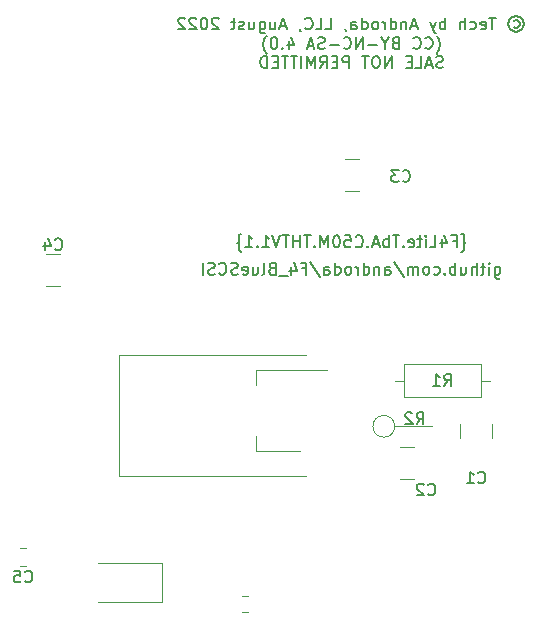
<source format=gbr>
%TF.GenerationSoftware,KiCad,Pcbnew,6.0.5-a6ca702e91~116~ubuntu21.10.1*%
%TF.CreationDate,2022-08-24T06:26:20-06:00*%
%TF.ProjectId,Centronics50_F4Lite_THTV1_1,43656e74-726f-46e6-9963-7335305f4634,rev?*%
%TF.SameCoordinates,Original*%
%TF.FileFunction,Legend,Bot*%
%TF.FilePolarity,Positive*%
%FSLAX46Y46*%
G04 Gerber Fmt 4.6, Leading zero omitted, Abs format (unit mm)*
G04 Created by KiCad (PCBNEW 6.0.5-a6ca702e91~116~ubuntu21.10.1) date 2022-08-24 06:26:20*
%MOMM*%
%LPD*%
G01*
G04 APERTURE LIST*
%ADD10C,0.150000*%
%ADD11C,0.120000*%
G04 APERTURE END LIST*
D10*
X149895714Y-31830476D02*
X149990952Y-31782857D01*
X150181428Y-31782857D01*
X150276666Y-31830476D01*
X150371904Y-31925714D01*
X150419523Y-32020952D01*
X150419523Y-32211428D01*
X150371904Y-32306666D01*
X150276666Y-32401904D01*
X150181428Y-32449523D01*
X149990952Y-32449523D01*
X149895714Y-32401904D01*
X150086190Y-31449523D02*
X150324285Y-31497142D01*
X150562380Y-31640000D01*
X150705238Y-31878095D01*
X150752857Y-32116190D01*
X150705238Y-32354285D01*
X150562380Y-32592380D01*
X150324285Y-32735238D01*
X150086190Y-32782857D01*
X149848095Y-32735238D01*
X149610000Y-32592380D01*
X149467142Y-32354285D01*
X149419523Y-32116190D01*
X149467142Y-31878095D01*
X149610000Y-31640000D01*
X149848095Y-31497142D01*
X150086190Y-31449523D01*
X148371904Y-31592380D02*
X147800476Y-31592380D01*
X148086190Y-32592380D02*
X148086190Y-31592380D01*
X147086190Y-32544761D02*
X147181428Y-32592380D01*
X147371904Y-32592380D01*
X147467142Y-32544761D01*
X147514761Y-32449523D01*
X147514761Y-32068571D01*
X147467142Y-31973333D01*
X147371904Y-31925714D01*
X147181428Y-31925714D01*
X147086190Y-31973333D01*
X147038571Y-32068571D01*
X147038571Y-32163809D01*
X147514761Y-32259047D01*
X146181428Y-32544761D02*
X146276666Y-32592380D01*
X146467142Y-32592380D01*
X146562380Y-32544761D01*
X146610000Y-32497142D01*
X146657619Y-32401904D01*
X146657619Y-32116190D01*
X146610000Y-32020952D01*
X146562380Y-31973333D01*
X146467142Y-31925714D01*
X146276666Y-31925714D01*
X146181428Y-31973333D01*
X145752857Y-32592380D02*
X145752857Y-31592380D01*
X145324285Y-32592380D02*
X145324285Y-32068571D01*
X145371904Y-31973333D01*
X145467142Y-31925714D01*
X145610000Y-31925714D01*
X145705238Y-31973333D01*
X145752857Y-32020952D01*
X144086190Y-32592380D02*
X144086190Y-31592380D01*
X144086190Y-31973333D02*
X143990952Y-31925714D01*
X143800476Y-31925714D01*
X143705238Y-31973333D01*
X143657619Y-32020952D01*
X143610000Y-32116190D01*
X143610000Y-32401904D01*
X143657619Y-32497142D01*
X143705238Y-32544761D01*
X143800476Y-32592380D01*
X143990952Y-32592380D01*
X144086190Y-32544761D01*
X143276666Y-31925714D02*
X143038571Y-32592380D01*
X142800476Y-31925714D02*
X143038571Y-32592380D01*
X143133809Y-32830476D01*
X143181428Y-32878095D01*
X143276666Y-32925714D01*
X141705238Y-32306666D02*
X141229047Y-32306666D01*
X141800476Y-32592380D02*
X141467142Y-31592380D01*
X141133809Y-32592380D01*
X140800476Y-31925714D02*
X140800476Y-32592380D01*
X140800476Y-32020952D02*
X140752857Y-31973333D01*
X140657619Y-31925714D01*
X140514761Y-31925714D01*
X140419523Y-31973333D01*
X140371904Y-32068571D01*
X140371904Y-32592380D01*
X139467142Y-32592380D02*
X139467142Y-31592380D01*
X139467142Y-32544761D02*
X139562380Y-32592380D01*
X139752857Y-32592380D01*
X139848095Y-32544761D01*
X139895714Y-32497142D01*
X139943333Y-32401904D01*
X139943333Y-32116190D01*
X139895714Y-32020952D01*
X139848095Y-31973333D01*
X139752857Y-31925714D01*
X139562380Y-31925714D01*
X139467142Y-31973333D01*
X138990952Y-32592380D02*
X138990952Y-31925714D01*
X138990952Y-32116190D02*
X138943333Y-32020952D01*
X138895714Y-31973333D01*
X138800476Y-31925714D01*
X138705238Y-31925714D01*
X138229047Y-32592380D02*
X138324285Y-32544761D01*
X138371904Y-32497142D01*
X138419523Y-32401904D01*
X138419523Y-32116190D01*
X138371904Y-32020952D01*
X138324285Y-31973333D01*
X138229047Y-31925714D01*
X138086190Y-31925714D01*
X137990952Y-31973333D01*
X137943333Y-32020952D01*
X137895714Y-32116190D01*
X137895714Y-32401904D01*
X137943333Y-32497142D01*
X137990952Y-32544761D01*
X138086190Y-32592380D01*
X138229047Y-32592380D01*
X137038571Y-32592380D02*
X137038571Y-31592380D01*
X137038571Y-32544761D02*
X137133809Y-32592380D01*
X137324285Y-32592380D01*
X137419523Y-32544761D01*
X137467142Y-32497142D01*
X137514761Y-32401904D01*
X137514761Y-32116190D01*
X137467142Y-32020952D01*
X137419523Y-31973333D01*
X137324285Y-31925714D01*
X137133809Y-31925714D01*
X137038571Y-31973333D01*
X136133809Y-32592380D02*
X136133809Y-32068571D01*
X136181428Y-31973333D01*
X136276666Y-31925714D01*
X136467142Y-31925714D01*
X136562380Y-31973333D01*
X136133809Y-32544761D02*
X136229047Y-32592380D01*
X136467142Y-32592380D01*
X136562380Y-32544761D01*
X136610000Y-32449523D01*
X136610000Y-32354285D01*
X136562380Y-32259047D01*
X136467142Y-32211428D01*
X136229047Y-32211428D01*
X136133809Y-32163809D01*
X135610000Y-32544761D02*
X135610000Y-32592380D01*
X135657619Y-32687619D01*
X135705238Y-32735238D01*
X133943333Y-32592380D02*
X134419523Y-32592380D01*
X134419523Y-31592380D01*
X133133809Y-32592380D02*
X133610000Y-32592380D01*
X133610000Y-31592380D01*
X132229047Y-32497142D02*
X132276666Y-32544761D01*
X132419523Y-32592380D01*
X132514761Y-32592380D01*
X132657619Y-32544761D01*
X132752857Y-32449523D01*
X132800476Y-32354285D01*
X132848095Y-32163809D01*
X132848095Y-32020952D01*
X132800476Y-31830476D01*
X132752857Y-31735238D01*
X132657619Y-31640000D01*
X132514761Y-31592380D01*
X132419523Y-31592380D01*
X132276666Y-31640000D01*
X132229047Y-31687619D01*
X131752857Y-32544761D02*
X131752857Y-32592380D01*
X131800476Y-32687619D01*
X131848095Y-32735238D01*
X130610000Y-32306666D02*
X130133809Y-32306666D01*
X130705238Y-32592380D02*
X130371904Y-31592380D01*
X130038571Y-32592380D01*
X129276666Y-31925714D02*
X129276666Y-32592380D01*
X129705238Y-31925714D02*
X129705238Y-32449523D01*
X129657619Y-32544761D01*
X129562380Y-32592380D01*
X129419523Y-32592380D01*
X129324285Y-32544761D01*
X129276666Y-32497142D01*
X128371904Y-31925714D02*
X128371904Y-32735238D01*
X128419523Y-32830476D01*
X128467142Y-32878095D01*
X128562380Y-32925714D01*
X128705238Y-32925714D01*
X128800476Y-32878095D01*
X128371904Y-32544761D02*
X128467142Y-32592380D01*
X128657619Y-32592380D01*
X128752857Y-32544761D01*
X128800476Y-32497142D01*
X128848095Y-32401904D01*
X128848095Y-32116190D01*
X128800476Y-32020952D01*
X128752857Y-31973333D01*
X128657619Y-31925714D01*
X128467142Y-31925714D01*
X128371904Y-31973333D01*
X127467142Y-31925714D02*
X127467142Y-32592380D01*
X127895714Y-31925714D02*
X127895714Y-32449523D01*
X127848095Y-32544761D01*
X127752857Y-32592380D01*
X127610000Y-32592380D01*
X127514761Y-32544761D01*
X127467142Y-32497142D01*
X127038571Y-32544761D02*
X126943333Y-32592380D01*
X126752857Y-32592380D01*
X126657619Y-32544761D01*
X126610000Y-32449523D01*
X126610000Y-32401904D01*
X126657619Y-32306666D01*
X126752857Y-32259047D01*
X126895714Y-32259047D01*
X126990952Y-32211428D01*
X127038571Y-32116190D01*
X127038571Y-32068571D01*
X126990952Y-31973333D01*
X126895714Y-31925714D01*
X126752857Y-31925714D01*
X126657619Y-31973333D01*
X126324285Y-31925714D02*
X125943333Y-31925714D01*
X126181428Y-31592380D02*
X126181428Y-32449523D01*
X126133809Y-32544761D01*
X126038571Y-32592380D01*
X125943333Y-32592380D01*
X124895714Y-31687619D02*
X124848095Y-31640000D01*
X124752857Y-31592380D01*
X124514761Y-31592380D01*
X124419523Y-31640000D01*
X124371904Y-31687619D01*
X124324285Y-31782857D01*
X124324285Y-31878095D01*
X124371904Y-32020952D01*
X124943333Y-32592380D01*
X124324285Y-32592380D01*
X123705238Y-31592380D02*
X123610000Y-31592380D01*
X123514761Y-31640000D01*
X123467142Y-31687619D01*
X123419523Y-31782857D01*
X123371904Y-31973333D01*
X123371904Y-32211428D01*
X123419523Y-32401904D01*
X123467142Y-32497142D01*
X123514761Y-32544761D01*
X123610000Y-32592380D01*
X123705238Y-32592380D01*
X123800476Y-32544761D01*
X123848095Y-32497142D01*
X123895714Y-32401904D01*
X123943333Y-32211428D01*
X123943333Y-31973333D01*
X123895714Y-31782857D01*
X123848095Y-31687619D01*
X123800476Y-31640000D01*
X123705238Y-31592380D01*
X122990952Y-31687619D02*
X122943333Y-31640000D01*
X122848095Y-31592380D01*
X122610000Y-31592380D01*
X122514761Y-31640000D01*
X122467142Y-31687619D01*
X122419523Y-31782857D01*
X122419523Y-31878095D01*
X122467142Y-32020952D01*
X123038571Y-32592380D01*
X122419523Y-32592380D01*
X122038571Y-31687619D02*
X121990952Y-31640000D01*
X121895714Y-31592380D01*
X121657619Y-31592380D01*
X121562380Y-31640000D01*
X121514761Y-31687619D01*
X121467142Y-31782857D01*
X121467142Y-31878095D01*
X121514761Y-32020952D01*
X122086190Y-32592380D01*
X121467142Y-32592380D01*
X148276697Y-52676134D02*
X148276697Y-53485658D01*
X148324316Y-53580896D01*
X148371935Y-53628515D01*
X148467173Y-53676134D01*
X148610030Y-53676134D01*
X148705268Y-53628515D01*
X148276697Y-53295181D02*
X148371935Y-53342800D01*
X148562411Y-53342800D01*
X148657649Y-53295181D01*
X148705268Y-53247562D01*
X148752887Y-53152324D01*
X148752887Y-52866610D01*
X148705268Y-52771372D01*
X148657649Y-52723753D01*
X148562411Y-52676134D01*
X148371935Y-52676134D01*
X148276697Y-52723753D01*
X147800506Y-53342800D02*
X147800506Y-52676134D01*
X147800506Y-52342800D02*
X147848125Y-52390420D01*
X147800506Y-52438039D01*
X147752887Y-52390420D01*
X147800506Y-52342800D01*
X147800506Y-52438039D01*
X147467173Y-52676134D02*
X147086220Y-52676134D01*
X147324316Y-52342800D02*
X147324316Y-53199943D01*
X147276697Y-53295181D01*
X147181459Y-53342800D01*
X147086220Y-53342800D01*
X146752887Y-53342800D02*
X146752887Y-52342800D01*
X146324316Y-53342800D02*
X146324316Y-52818991D01*
X146371935Y-52723753D01*
X146467173Y-52676134D01*
X146610030Y-52676134D01*
X146705268Y-52723753D01*
X146752887Y-52771372D01*
X145419554Y-52676134D02*
X145419554Y-53342800D01*
X145848125Y-52676134D02*
X145848125Y-53199943D01*
X145800506Y-53295181D01*
X145705268Y-53342800D01*
X145562411Y-53342800D01*
X145467173Y-53295181D01*
X145419554Y-53247562D01*
X144943363Y-53342800D02*
X144943363Y-52342800D01*
X144943363Y-52723753D02*
X144848125Y-52676134D01*
X144657649Y-52676134D01*
X144562411Y-52723753D01*
X144514792Y-52771372D01*
X144467173Y-52866610D01*
X144467173Y-53152324D01*
X144514792Y-53247562D01*
X144562411Y-53295181D01*
X144657649Y-53342800D01*
X144848125Y-53342800D01*
X144943363Y-53295181D01*
X144038601Y-53247562D02*
X143990982Y-53295181D01*
X144038601Y-53342800D01*
X144086220Y-53295181D01*
X144038601Y-53247562D01*
X144038601Y-53342800D01*
X143133840Y-53295181D02*
X143229078Y-53342800D01*
X143419554Y-53342800D01*
X143514792Y-53295181D01*
X143562411Y-53247562D01*
X143610030Y-53152324D01*
X143610030Y-52866610D01*
X143562411Y-52771372D01*
X143514792Y-52723753D01*
X143419554Y-52676134D01*
X143229078Y-52676134D01*
X143133840Y-52723753D01*
X142562411Y-53342800D02*
X142657649Y-53295181D01*
X142705268Y-53247562D01*
X142752887Y-53152324D01*
X142752887Y-52866610D01*
X142705268Y-52771372D01*
X142657649Y-52723753D01*
X142562411Y-52676134D01*
X142419554Y-52676134D01*
X142324316Y-52723753D01*
X142276697Y-52771372D01*
X142229078Y-52866610D01*
X142229078Y-53152324D01*
X142276697Y-53247562D01*
X142324316Y-53295181D01*
X142419554Y-53342800D01*
X142562411Y-53342800D01*
X141800506Y-53342800D02*
X141800506Y-52676134D01*
X141800506Y-52771372D02*
X141752887Y-52723753D01*
X141657649Y-52676134D01*
X141514792Y-52676134D01*
X141419554Y-52723753D01*
X141371935Y-52818991D01*
X141371935Y-53342800D01*
X141371935Y-52818991D02*
X141324316Y-52723753D01*
X141229078Y-52676134D01*
X141086220Y-52676134D01*
X140990982Y-52723753D01*
X140943363Y-52818991D01*
X140943363Y-53342800D01*
X139752887Y-52295181D02*
X140610030Y-53580896D01*
X138990982Y-53342800D02*
X138990982Y-52818991D01*
X139038601Y-52723753D01*
X139133840Y-52676134D01*
X139324316Y-52676134D01*
X139419554Y-52723753D01*
X138990982Y-53295181D02*
X139086220Y-53342800D01*
X139324316Y-53342800D01*
X139419554Y-53295181D01*
X139467173Y-53199943D01*
X139467173Y-53104705D01*
X139419554Y-53009467D01*
X139324316Y-52961848D01*
X139086220Y-52961848D01*
X138990982Y-52914229D01*
X138514792Y-52676134D02*
X138514792Y-53342800D01*
X138514792Y-52771372D02*
X138467173Y-52723753D01*
X138371935Y-52676134D01*
X138229078Y-52676134D01*
X138133840Y-52723753D01*
X138086220Y-52818991D01*
X138086220Y-53342800D01*
X137181459Y-53342800D02*
X137181459Y-52342800D01*
X137181459Y-53295181D02*
X137276697Y-53342800D01*
X137467173Y-53342800D01*
X137562411Y-53295181D01*
X137610030Y-53247562D01*
X137657649Y-53152324D01*
X137657649Y-52866610D01*
X137610030Y-52771372D01*
X137562411Y-52723753D01*
X137467173Y-52676134D01*
X137276697Y-52676134D01*
X137181459Y-52723753D01*
X136705268Y-53342800D02*
X136705268Y-52676134D01*
X136705268Y-52866610D02*
X136657649Y-52771372D01*
X136610030Y-52723753D01*
X136514792Y-52676134D01*
X136419554Y-52676134D01*
X135943363Y-53342800D02*
X136038601Y-53295181D01*
X136086220Y-53247562D01*
X136133840Y-53152324D01*
X136133840Y-52866610D01*
X136086220Y-52771372D01*
X136038601Y-52723753D01*
X135943363Y-52676134D01*
X135800506Y-52676134D01*
X135705268Y-52723753D01*
X135657649Y-52771372D01*
X135610030Y-52866610D01*
X135610030Y-53152324D01*
X135657649Y-53247562D01*
X135705268Y-53295181D01*
X135800506Y-53342800D01*
X135943363Y-53342800D01*
X134752887Y-53342800D02*
X134752887Y-52342800D01*
X134752887Y-53295181D02*
X134848125Y-53342800D01*
X135038601Y-53342800D01*
X135133840Y-53295181D01*
X135181459Y-53247562D01*
X135229078Y-53152324D01*
X135229078Y-52866610D01*
X135181459Y-52771372D01*
X135133840Y-52723753D01*
X135038601Y-52676134D01*
X134848125Y-52676134D01*
X134752887Y-52723753D01*
X133848125Y-53342800D02*
X133848125Y-52818991D01*
X133895744Y-52723753D01*
X133990982Y-52676134D01*
X134181459Y-52676134D01*
X134276697Y-52723753D01*
X133848125Y-53295181D02*
X133943363Y-53342800D01*
X134181459Y-53342800D01*
X134276697Y-53295181D01*
X134324316Y-53199943D01*
X134324316Y-53104705D01*
X134276697Y-53009467D01*
X134181459Y-52961848D01*
X133943363Y-52961848D01*
X133848125Y-52914229D01*
X132657649Y-52295181D02*
X133514792Y-53580896D01*
X131990982Y-52818991D02*
X132324316Y-52818991D01*
X132324316Y-53342800D02*
X132324316Y-52342800D01*
X131848125Y-52342800D01*
X131038601Y-52676134D02*
X131038601Y-53342800D01*
X131276697Y-52295181D02*
X131514792Y-53009467D01*
X130895744Y-53009467D01*
X130752887Y-53438039D02*
X129990982Y-53438039D01*
X129419554Y-52818991D02*
X129276697Y-52866610D01*
X129229078Y-52914229D01*
X129181459Y-53009467D01*
X129181459Y-53152324D01*
X129229078Y-53247562D01*
X129276697Y-53295181D01*
X129371935Y-53342800D01*
X129752887Y-53342800D01*
X129752887Y-52342800D01*
X129419554Y-52342800D01*
X129324316Y-52390420D01*
X129276697Y-52438039D01*
X129229078Y-52533277D01*
X129229078Y-52628515D01*
X129276697Y-52723753D01*
X129324316Y-52771372D01*
X129419554Y-52818991D01*
X129752887Y-52818991D01*
X128610030Y-53342800D02*
X128705268Y-53295181D01*
X128752887Y-53199943D01*
X128752887Y-52342800D01*
X127800506Y-52676134D02*
X127800506Y-53342800D01*
X128229078Y-52676134D02*
X128229078Y-53199943D01*
X128181459Y-53295181D01*
X128086220Y-53342800D01*
X127943363Y-53342800D01*
X127848125Y-53295181D01*
X127800506Y-53247562D01*
X126943363Y-53295181D02*
X127038601Y-53342800D01*
X127229078Y-53342800D01*
X127324316Y-53295181D01*
X127371935Y-53199943D01*
X127371935Y-52818991D01*
X127324316Y-52723753D01*
X127229078Y-52676134D01*
X127038601Y-52676134D01*
X126943363Y-52723753D01*
X126895744Y-52818991D01*
X126895744Y-52914229D01*
X127371935Y-53009467D01*
X126514792Y-53295181D02*
X126371935Y-53342800D01*
X126133840Y-53342800D01*
X126038601Y-53295181D01*
X125990982Y-53247562D01*
X125943363Y-53152324D01*
X125943363Y-53057086D01*
X125990982Y-52961848D01*
X126038601Y-52914229D01*
X126133840Y-52866610D01*
X126324316Y-52818991D01*
X126419554Y-52771372D01*
X126467173Y-52723753D01*
X126514792Y-52628515D01*
X126514792Y-52533277D01*
X126467173Y-52438039D01*
X126419554Y-52390420D01*
X126324316Y-52342800D01*
X126086220Y-52342800D01*
X125943363Y-52390420D01*
X124943363Y-53247562D02*
X124990982Y-53295181D01*
X125133840Y-53342800D01*
X125229078Y-53342800D01*
X125371935Y-53295181D01*
X125467173Y-53199943D01*
X125514792Y-53104705D01*
X125562411Y-52914229D01*
X125562411Y-52771372D01*
X125514792Y-52580896D01*
X125467173Y-52485658D01*
X125371935Y-52390420D01*
X125229078Y-52342800D01*
X125133840Y-52342800D01*
X124990982Y-52390420D01*
X124943363Y-52438039D01*
X124562411Y-53295181D02*
X124419554Y-53342800D01*
X124181459Y-53342800D01*
X124086220Y-53295181D01*
X124038601Y-53247562D01*
X123990982Y-53152324D01*
X123990982Y-53057086D01*
X124038601Y-52961848D01*
X124086220Y-52914229D01*
X124181459Y-52866610D01*
X124371935Y-52818991D01*
X124467173Y-52771372D01*
X124514792Y-52723753D01*
X124562411Y-52628515D01*
X124562411Y-52533277D01*
X124514792Y-52438039D01*
X124467173Y-52390420D01*
X124371935Y-52342800D01*
X124133840Y-52342800D01*
X123990982Y-52390420D01*
X123562411Y-53342800D02*
X123562411Y-52342800D01*
X145443363Y-51404733D02*
X145490982Y-51404733D01*
X145586220Y-51357114D01*
X145633840Y-51261876D01*
X145633840Y-50785685D01*
X145681459Y-50690447D01*
X145776697Y-50642828D01*
X145681459Y-50595209D01*
X145633840Y-50499971D01*
X145633840Y-50023780D01*
X145586220Y-49928542D01*
X145490982Y-49880923D01*
X145443363Y-49880923D01*
X144729078Y-50499971D02*
X145062411Y-50499971D01*
X145062411Y-51023780D02*
X145062411Y-50023780D01*
X144586220Y-50023780D01*
X143776697Y-50357114D02*
X143776697Y-51023780D01*
X144014792Y-49976161D02*
X144252887Y-50690447D01*
X143633840Y-50690447D01*
X142776697Y-51023780D02*
X143252887Y-51023780D01*
X143252887Y-50023780D01*
X142443363Y-51023780D02*
X142443363Y-50357114D01*
X142443363Y-50023780D02*
X142490982Y-50071400D01*
X142443363Y-50119019D01*
X142395744Y-50071400D01*
X142443363Y-50023780D01*
X142443363Y-50119019D01*
X142110030Y-50357114D02*
X141729078Y-50357114D01*
X141967173Y-50023780D02*
X141967173Y-50880923D01*
X141919554Y-50976161D01*
X141824316Y-51023780D01*
X141729078Y-51023780D01*
X141014792Y-50976161D02*
X141110030Y-51023780D01*
X141300506Y-51023780D01*
X141395744Y-50976161D01*
X141443363Y-50880923D01*
X141443363Y-50499971D01*
X141395744Y-50404733D01*
X141300506Y-50357114D01*
X141110030Y-50357114D01*
X141014792Y-50404733D01*
X140967173Y-50499971D01*
X140967173Y-50595209D01*
X141443363Y-50690447D01*
X140538601Y-50928542D02*
X140490982Y-50976161D01*
X140538601Y-51023780D01*
X140586220Y-50976161D01*
X140538601Y-50928542D01*
X140538601Y-51023780D01*
X140205268Y-50023780D02*
X139633840Y-50023780D01*
X139919554Y-51023780D02*
X139919554Y-50023780D01*
X139300506Y-51023780D02*
X139300506Y-50023780D01*
X139300506Y-50404733D02*
X139205268Y-50357114D01*
X139014792Y-50357114D01*
X138919554Y-50404733D01*
X138871935Y-50452352D01*
X138824316Y-50547590D01*
X138824316Y-50833304D01*
X138871935Y-50928542D01*
X138919554Y-50976161D01*
X139014792Y-51023780D01*
X139205268Y-51023780D01*
X139300506Y-50976161D01*
X138443363Y-50738066D02*
X137967173Y-50738066D01*
X138538601Y-51023780D02*
X138205268Y-50023780D01*
X137871935Y-51023780D01*
X137538601Y-50928542D02*
X137490982Y-50976161D01*
X137538601Y-51023780D01*
X137586220Y-50976161D01*
X137538601Y-50928542D01*
X137538601Y-51023780D01*
X136490982Y-50928542D02*
X136538601Y-50976161D01*
X136681459Y-51023780D01*
X136776697Y-51023780D01*
X136919554Y-50976161D01*
X137014792Y-50880923D01*
X137062411Y-50785685D01*
X137110030Y-50595209D01*
X137110030Y-50452352D01*
X137062411Y-50261876D01*
X137014792Y-50166638D01*
X136919554Y-50071400D01*
X136776697Y-50023780D01*
X136681459Y-50023780D01*
X136538601Y-50071400D01*
X136490982Y-50119019D01*
X135586220Y-50023780D02*
X136062411Y-50023780D01*
X136110030Y-50499971D01*
X136062411Y-50452352D01*
X135967173Y-50404733D01*
X135729078Y-50404733D01*
X135633840Y-50452352D01*
X135586220Y-50499971D01*
X135538601Y-50595209D01*
X135538601Y-50833304D01*
X135586220Y-50928542D01*
X135633840Y-50976161D01*
X135729078Y-51023780D01*
X135967173Y-51023780D01*
X136062411Y-50976161D01*
X136110030Y-50928542D01*
X134919554Y-50023780D02*
X134824316Y-50023780D01*
X134729078Y-50071400D01*
X134681459Y-50119019D01*
X134633840Y-50214257D01*
X134586220Y-50404733D01*
X134586220Y-50642828D01*
X134633840Y-50833304D01*
X134681459Y-50928542D01*
X134729078Y-50976161D01*
X134824316Y-51023780D01*
X134919554Y-51023780D01*
X135014792Y-50976161D01*
X135062411Y-50928542D01*
X135110030Y-50833304D01*
X135157649Y-50642828D01*
X135157649Y-50404733D01*
X135110030Y-50214257D01*
X135062411Y-50119019D01*
X135014792Y-50071400D01*
X134919554Y-50023780D01*
X134157649Y-51023780D02*
X134157649Y-50023780D01*
X133824316Y-50738066D01*
X133490982Y-50023780D01*
X133490982Y-51023780D01*
X133014792Y-50928542D02*
X132967173Y-50976161D01*
X133014792Y-51023780D01*
X133062411Y-50976161D01*
X133014792Y-50928542D01*
X133014792Y-51023780D01*
X132681459Y-50023780D02*
X132110030Y-50023780D01*
X132395744Y-51023780D02*
X132395744Y-50023780D01*
X131776697Y-51023780D02*
X131776697Y-50023780D01*
X131776697Y-50499971D02*
X131205268Y-50499971D01*
X131205268Y-51023780D02*
X131205268Y-50023780D01*
X130871935Y-50023780D02*
X130300506Y-50023780D01*
X130586220Y-51023780D02*
X130586220Y-50023780D01*
X130110030Y-50023780D02*
X129776697Y-51023780D01*
X129443363Y-50023780D01*
X128586220Y-51023780D02*
X129157649Y-51023780D01*
X128871935Y-51023780D02*
X128871935Y-50023780D01*
X128967173Y-50166638D01*
X129062411Y-50261876D01*
X129157649Y-50309495D01*
X128157649Y-50928542D02*
X128110030Y-50976161D01*
X128157649Y-51023780D01*
X128205268Y-50976161D01*
X128157649Y-50928542D01*
X128157649Y-51023780D01*
X127157649Y-51023780D02*
X127729078Y-51023780D01*
X127443363Y-51023780D02*
X127443363Y-50023780D01*
X127538601Y-50166638D01*
X127633840Y-50261876D01*
X127729078Y-50309495D01*
X126824316Y-51404733D02*
X126776697Y-51404733D01*
X126681459Y-51357114D01*
X126633840Y-51261876D01*
X126633840Y-50785685D01*
X126586220Y-50690447D01*
X126490982Y-50642828D01*
X126586220Y-50595209D01*
X126633840Y-50499971D01*
X126633840Y-50023780D01*
X126681459Y-49928542D01*
X126776697Y-49880923D01*
X126824316Y-49880923D01*
X143350476Y-34628333D02*
X143398095Y-34580714D01*
X143493333Y-34437857D01*
X143540952Y-34342619D01*
X143588571Y-34199761D01*
X143636190Y-33961666D01*
X143636190Y-33771190D01*
X143588571Y-33533095D01*
X143540952Y-33390238D01*
X143493333Y-33295000D01*
X143398095Y-33152142D01*
X143350476Y-33104523D01*
X142398095Y-34152142D02*
X142445714Y-34199761D01*
X142588571Y-34247380D01*
X142683809Y-34247380D01*
X142826666Y-34199761D01*
X142921904Y-34104523D01*
X142969523Y-34009285D01*
X143017142Y-33818809D01*
X143017142Y-33675952D01*
X142969523Y-33485476D01*
X142921904Y-33390238D01*
X142826666Y-33295000D01*
X142683809Y-33247380D01*
X142588571Y-33247380D01*
X142445714Y-33295000D01*
X142398095Y-33342619D01*
X141398095Y-34152142D02*
X141445714Y-34199761D01*
X141588571Y-34247380D01*
X141683809Y-34247380D01*
X141826666Y-34199761D01*
X141921904Y-34104523D01*
X141969523Y-34009285D01*
X142017142Y-33818809D01*
X142017142Y-33675952D01*
X141969523Y-33485476D01*
X141921904Y-33390238D01*
X141826666Y-33295000D01*
X141683809Y-33247380D01*
X141588571Y-33247380D01*
X141445714Y-33295000D01*
X141398095Y-33342619D01*
X139874285Y-33723571D02*
X139731428Y-33771190D01*
X139683809Y-33818809D01*
X139636190Y-33914047D01*
X139636190Y-34056904D01*
X139683809Y-34152142D01*
X139731428Y-34199761D01*
X139826666Y-34247380D01*
X140207619Y-34247380D01*
X140207619Y-33247380D01*
X139874285Y-33247380D01*
X139779047Y-33295000D01*
X139731428Y-33342619D01*
X139683809Y-33437857D01*
X139683809Y-33533095D01*
X139731428Y-33628333D01*
X139779047Y-33675952D01*
X139874285Y-33723571D01*
X140207619Y-33723571D01*
X139017142Y-33771190D02*
X139017142Y-34247380D01*
X139350476Y-33247380D02*
X139017142Y-33771190D01*
X138683809Y-33247380D01*
X138350476Y-33866428D02*
X137588571Y-33866428D01*
X137112380Y-34247380D02*
X137112380Y-33247380D01*
X136540952Y-34247380D01*
X136540952Y-33247380D01*
X135493333Y-34152142D02*
X135540952Y-34199761D01*
X135683809Y-34247380D01*
X135779047Y-34247380D01*
X135921904Y-34199761D01*
X136017142Y-34104523D01*
X136064761Y-34009285D01*
X136112380Y-33818809D01*
X136112380Y-33675952D01*
X136064761Y-33485476D01*
X136017142Y-33390238D01*
X135921904Y-33295000D01*
X135779047Y-33247380D01*
X135683809Y-33247380D01*
X135540952Y-33295000D01*
X135493333Y-33342619D01*
X135064761Y-33866428D02*
X134302857Y-33866428D01*
X133874285Y-34199761D02*
X133731428Y-34247380D01*
X133493333Y-34247380D01*
X133398095Y-34199761D01*
X133350476Y-34152142D01*
X133302857Y-34056904D01*
X133302857Y-33961666D01*
X133350476Y-33866428D01*
X133398095Y-33818809D01*
X133493333Y-33771190D01*
X133683809Y-33723571D01*
X133779047Y-33675952D01*
X133826666Y-33628333D01*
X133874285Y-33533095D01*
X133874285Y-33437857D01*
X133826666Y-33342619D01*
X133779047Y-33295000D01*
X133683809Y-33247380D01*
X133445714Y-33247380D01*
X133302857Y-33295000D01*
X132921904Y-33961666D02*
X132445714Y-33961666D01*
X133017142Y-34247380D02*
X132683809Y-33247380D01*
X132350476Y-34247380D01*
X130826666Y-33580714D02*
X130826666Y-34247380D01*
X131064761Y-33199761D02*
X131302857Y-33914047D01*
X130683809Y-33914047D01*
X130302857Y-34152142D02*
X130255238Y-34199761D01*
X130302857Y-34247380D01*
X130350476Y-34199761D01*
X130302857Y-34152142D01*
X130302857Y-34247380D01*
X129636190Y-33247380D02*
X129540952Y-33247380D01*
X129445714Y-33295000D01*
X129398095Y-33342619D01*
X129350476Y-33437857D01*
X129302857Y-33628333D01*
X129302857Y-33866428D01*
X129350476Y-34056904D01*
X129398095Y-34152142D01*
X129445714Y-34199761D01*
X129540952Y-34247380D01*
X129636190Y-34247380D01*
X129731428Y-34199761D01*
X129779047Y-34152142D01*
X129826666Y-34056904D01*
X129874285Y-33866428D01*
X129874285Y-33628333D01*
X129826666Y-33437857D01*
X129779047Y-33342619D01*
X129731428Y-33295000D01*
X129636190Y-33247380D01*
X128969523Y-34628333D02*
X128921904Y-34580714D01*
X128826666Y-34437857D01*
X128779047Y-34342619D01*
X128731428Y-34199761D01*
X128683809Y-33961666D01*
X128683809Y-33771190D01*
X128731428Y-33533095D01*
X128779047Y-33390238D01*
X128826666Y-33295000D01*
X128921904Y-33152142D01*
X128969523Y-33104523D01*
X143898095Y-35809761D02*
X143755238Y-35857380D01*
X143517142Y-35857380D01*
X143421904Y-35809761D01*
X143374285Y-35762142D01*
X143326666Y-35666904D01*
X143326666Y-35571666D01*
X143374285Y-35476428D01*
X143421904Y-35428809D01*
X143517142Y-35381190D01*
X143707619Y-35333571D01*
X143802857Y-35285952D01*
X143850476Y-35238333D01*
X143898095Y-35143095D01*
X143898095Y-35047857D01*
X143850476Y-34952619D01*
X143802857Y-34905000D01*
X143707619Y-34857380D01*
X143469523Y-34857380D01*
X143326666Y-34905000D01*
X142945714Y-35571666D02*
X142469523Y-35571666D01*
X143040952Y-35857380D02*
X142707619Y-34857380D01*
X142374285Y-35857380D01*
X141564761Y-35857380D02*
X142040952Y-35857380D01*
X142040952Y-34857380D01*
X141231428Y-35333571D02*
X140898095Y-35333571D01*
X140755238Y-35857380D02*
X141231428Y-35857380D01*
X141231428Y-34857380D01*
X140755238Y-34857380D01*
X139564761Y-35857380D02*
X139564761Y-34857380D01*
X138993333Y-35857380D01*
X138993333Y-34857380D01*
X138326666Y-34857380D02*
X138136190Y-34857380D01*
X138040952Y-34905000D01*
X137945714Y-35000238D01*
X137898095Y-35190714D01*
X137898095Y-35524047D01*
X137945714Y-35714523D01*
X138040952Y-35809761D01*
X138136190Y-35857380D01*
X138326666Y-35857380D01*
X138421904Y-35809761D01*
X138517142Y-35714523D01*
X138564761Y-35524047D01*
X138564761Y-35190714D01*
X138517142Y-35000238D01*
X138421904Y-34905000D01*
X138326666Y-34857380D01*
X137612380Y-34857380D02*
X137040952Y-34857380D01*
X137326666Y-35857380D02*
X137326666Y-34857380D01*
X135945714Y-35857380D02*
X135945714Y-34857380D01*
X135564761Y-34857380D01*
X135469523Y-34905000D01*
X135421904Y-34952619D01*
X135374285Y-35047857D01*
X135374285Y-35190714D01*
X135421904Y-35285952D01*
X135469523Y-35333571D01*
X135564761Y-35381190D01*
X135945714Y-35381190D01*
X134945714Y-35333571D02*
X134612380Y-35333571D01*
X134469523Y-35857380D02*
X134945714Y-35857380D01*
X134945714Y-34857380D01*
X134469523Y-34857380D01*
X133469523Y-35857380D02*
X133802857Y-35381190D01*
X134040952Y-35857380D02*
X134040952Y-34857380D01*
X133660000Y-34857380D01*
X133564761Y-34905000D01*
X133517142Y-34952619D01*
X133469523Y-35047857D01*
X133469523Y-35190714D01*
X133517142Y-35285952D01*
X133564761Y-35333571D01*
X133660000Y-35381190D01*
X134040952Y-35381190D01*
X133040952Y-35857380D02*
X133040952Y-34857380D01*
X132707619Y-35571666D01*
X132374285Y-34857380D01*
X132374285Y-35857380D01*
X131898095Y-35857380D02*
X131898095Y-34857380D01*
X131564761Y-34857380D02*
X130993333Y-34857380D01*
X131279047Y-35857380D02*
X131279047Y-34857380D01*
X130802857Y-34857380D02*
X130231428Y-34857380D01*
X130517142Y-35857380D02*
X130517142Y-34857380D01*
X129898095Y-35333571D02*
X129564761Y-35333571D01*
X129421904Y-35857380D02*
X129898095Y-35857380D01*
X129898095Y-34857380D01*
X129421904Y-34857380D01*
X128993333Y-35857380D02*
X128993333Y-34857380D01*
X128755238Y-34857380D01*
X128612380Y-34905000D01*
X128517142Y-35000238D01*
X128469523Y-35095476D01*
X128421904Y-35285952D01*
X128421904Y-35428809D01*
X128469523Y-35619285D01*
X128517142Y-35714523D01*
X128612380Y-35809761D01*
X128755238Y-35857380D01*
X128993333Y-35857380D01*
%TO.C,C2*%
X142631361Y-71939785D02*
X142678980Y-71987404D01*
X142821837Y-72035023D01*
X142917075Y-72035023D01*
X143059933Y-71987404D01*
X143155171Y-71892166D01*
X143202790Y-71796928D01*
X143250409Y-71606452D01*
X143250409Y-71463595D01*
X143202790Y-71273119D01*
X143155171Y-71177881D01*
X143059933Y-71082643D01*
X142917075Y-71035023D01*
X142821837Y-71035023D01*
X142678980Y-71082643D01*
X142631361Y-71130262D01*
X142250409Y-71130262D02*
X142202790Y-71082643D01*
X142107552Y-71035023D01*
X141869456Y-71035023D01*
X141774218Y-71082643D01*
X141726599Y-71130262D01*
X141678980Y-71225500D01*
X141678980Y-71320738D01*
X141726599Y-71463595D01*
X142298028Y-72035023D01*
X141678980Y-72035023D01*
%TO.C,C3*%
X140478806Y-45404042D02*
X140526425Y-45451661D01*
X140669282Y-45499280D01*
X140764520Y-45499280D01*
X140907378Y-45451661D01*
X141002616Y-45356423D01*
X141050235Y-45261185D01*
X141097854Y-45070709D01*
X141097854Y-44927852D01*
X141050235Y-44737376D01*
X141002616Y-44642138D01*
X140907378Y-44546900D01*
X140764520Y-44499280D01*
X140669282Y-44499280D01*
X140526425Y-44546900D01*
X140478806Y-44594519D01*
X140145473Y-44499280D02*
X139526425Y-44499280D01*
X139859759Y-44880233D01*
X139716901Y-44880233D01*
X139621663Y-44927852D01*
X139574044Y-44975471D01*
X139526425Y-45070709D01*
X139526425Y-45308804D01*
X139574044Y-45404042D01*
X139621663Y-45451661D01*
X139716901Y-45499280D01*
X140002616Y-45499280D01*
X140097854Y-45451661D01*
X140145473Y-45404042D01*
%TO.C,C1*%
X146875700Y-70929784D02*
X146923319Y-70977403D01*
X147066176Y-71025022D01*
X147161414Y-71025022D01*
X147304272Y-70977403D01*
X147399510Y-70882165D01*
X147447129Y-70786927D01*
X147494748Y-70596451D01*
X147494748Y-70453594D01*
X147447129Y-70263118D01*
X147399510Y-70167880D01*
X147304272Y-70072642D01*
X147161414Y-70025022D01*
X147066176Y-70025022D01*
X146923319Y-70072642D01*
X146875700Y-70120261D01*
X145923319Y-71025022D02*
X146494748Y-71025022D01*
X146209034Y-71025022D02*
X146209034Y-70025022D01*
X146304272Y-70167880D01*
X146399510Y-70263118D01*
X146494748Y-70310737D01*
%TO.C,R1*%
X144005500Y-62770022D02*
X144338834Y-62293832D01*
X144576929Y-62770022D02*
X144576929Y-61770022D01*
X144195976Y-61770022D01*
X144100738Y-61817642D01*
X144053119Y-61865261D01*
X144005500Y-61960499D01*
X144005500Y-62103356D01*
X144053119Y-62198594D01*
X144100738Y-62246213D01*
X144195976Y-62293832D01*
X144576929Y-62293832D01*
X143053119Y-62770022D02*
X143624548Y-62770022D01*
X143338834Y-62770022D02*
X143338834Y-61770022D01*
X143434072Y-61912880D01*
X143529310Y-62008118D01*
X143624548Y-62055737D01*
%TO.C,R2*%
X141656000Y-66008524D02*
X141989334Y-65532334D01*
X142227429Y-66008524D02*
X142227429Y-65008524D01*
X141846476Y-65008524D01*
X141751238Y-65056144D01*
X141703619Y-65103763D01*
X141656000Y-65199001D01*
X141656000Y-65341858D01*
X141703619Y-65437096D01*
X141751238Y-65484715D01*
X141846476Y-65532334D01*
X142227429Y-65532334D01*
X141275048Y-65103763D02*
X141227429Y-65056144D01*
X141132191Y-65008524D01*
X140894095Y-65008524D01*
X140798857Y-65056144D01*
X140751238Y-65103763D01*
X140703619Y-65199001D01*
X140703619Y-65294239D01*
X140751238Y-65437096D01*
X141322667Y-66008524D01*
X140703619Y-66008524D01*
%TO.C,C4*%
X111049706Y-51182542D02*
X111097325Y-51230161D01*
X111240182Y-51277780D01*
X111335420Y-51277780D01*
X111478278Y-51230161D01*
X111573516Y-51134923D01*
X111621135Y-51039685D01*
X111668754Y-50849209D01*
X111668754Y-50706352D01*
X111621135Y-50515876D01*
X111573516Y-50420638D01*
X111478278Y-50325400D01*
X111335420Y-50277780D01*
X111240182Y-50277780D01*
X111097325Y-50325400D01*
X111049706Y-50373019D01*
X110192563Y-50611114D02*
X110192563Y-51277780D01*
X110430659Y-50230161D02*
X110668754Y-50944447D01*
X110049706Y-50944447D01*
%TO.C,C5*%
X108501566Y-79303942D02*
X108549185Y-79351561D01*
X108692042Y-79399180D01*
X108787280Y-79399180D01*
X108930138Y-79351561D01*
X109025376Y-79256323D01*
X109072995Y-79161085D01*
X109120614Y-78970609D01*
X109120614Y-78827752D01*
X109072995Y-78637276D01*
X109025376Y-78542038D01*
X108930138Y-78446800D01*
X108787280Y-78399180D01*
X108692042Y-78399180D01*
X108549185Y-78446800D01*
X108501566Y-78494419D01*
X107596804Y-78399180D02*
X108072995Y-78399180D01*
X108120614Y-78875371D01*
X108072995Y-78827752D01*
X107977757Y-78780133D01*
X107739661Y-78780133D01*
X107644423Y-78827752D01*
X107596804Y-78875371D01*
X107549185Y-78970609D01*
X107549185Y-79208704D01*
X107596804Y-79303942D01*
X107644423Y-79351561D01*
X107739661Y-79399180D01*
X107977757Y-79399180D01*
X108072995Y-79351561D01*
X108120614Y-79303942D01*
D11*
%TO.C,C2*%
X140215771Y-70662643D02*
X141419899Y-70662643D01*
X140215771Y-67942643D02*
X141419899Y-67942643D01*
%TO.C,C3*%
X135619076Y-43577680D02*
X136823204Y-43577680D01*
X135619076Y-46297680D02*
X136823204Y-46297680D01*
%TO.C,C1*%
X148056334Y-66006578D02*
X148056334Y-67210706D01*
X145336334Y-66006578D02*
X145336334Y-67210706D01*
%TO.C,R1*%
X140568834Y-60947642D02*
X147108834Y-60947642D01*
X147108834Y-60947642D02*
X147108834Y-63687642D01*
X140568834Y-63687642D02*
X140568834Y-60947642D01*
X139798834Y-62317642D02*
X140568834Y-62317642D01*
X147108834Y-63687642D02*
X140568834Y-63687642D01*
X147878834Y-62317642D02*
X147108834Y-62317642D01*
%TO.C,R2*%
X139805834Y-66191144D02*
X142965834Y-66191144D01*
X139805834Y-66191144D02*
G75*
G03*
X139805834Y-66191144I-920000J0D01*
G01*
%TO.C,U1*%
X116448334Y-60118644D02*
X132338334Y-60118644D01*
X116448334Y-60118644D02*
X116448334Y-70358644D01*
X116448334Y-70358644D02*
X132338334Y-70358644D01*
%TO.C,C4*%
X111479084Y-54331700D02*
X110274956Y-54331700D01*
X111479084Y-51611700D02*
X110274956Y-51611700D01*
%TO.C,C5*%
X108073648Y-78001800D02*
X108596152Y-78001800D01*
X108073648Y-76531800D02*
X108596152Y-76531800D01*
%TO.C,U4*%
X128036400Y-68281600D02*
X128036400Y-67021600D01*
X134046400Y-61461600D02*
X128036400Y-61461600D01*
X131796400Y-68281600D02*
X128036400Y-68281600D01*
X128036400Y-61461600D02*
X128036400Y-62721600D01*
%TO.C,F2*%
X126840348Y-80519200D02*
X127362852Y-80519200D01*
X126840348Y-81939200D02*
X127362852Y-81939200D01*
%TO.C,D1*%
X120119600Y-81050400D02*
X114719600Y-81050400D01*
X120119600Y-77750400D02*
X120119600Y-81050400D01*
X120119600Y-77750400D02*
X114719600Y-77750400D01*
%TD*%
M02*

</source>
